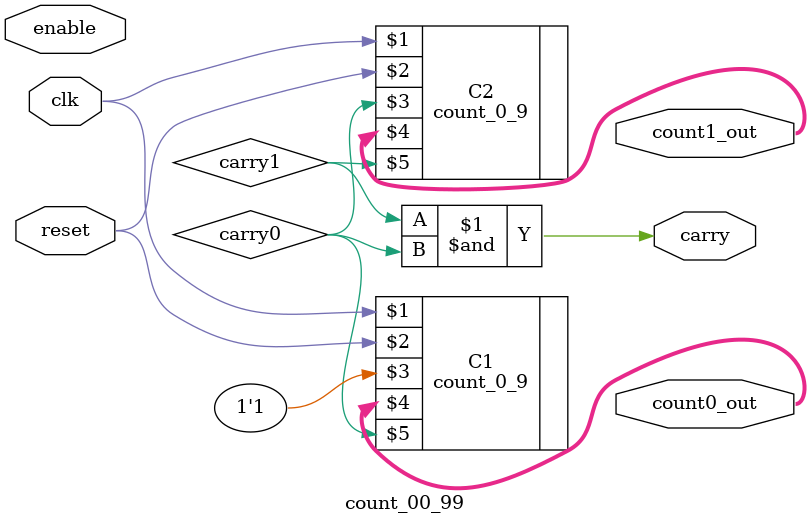
<source format=v>
module count_00_99(clk, reset, enable, count1_out, count0_out, carry);
input	clk, reset, enable;
output[3:0] count1_out, count0_out;
output	carry = carry1 & carry0;
wire	carry0, carry1;
count_0_9 C1(clk, reset, 1'b1, count0_out, carry0);
count_0_9 C2(clk, reset, carry0, count1_out, carry1);
endmodule
</source>
